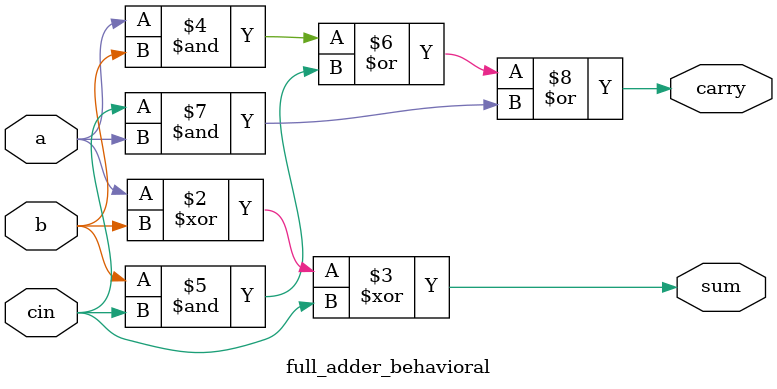
<source format=v>
`timescale 10ns/10ps

module full_adder_behavioral (
    input a,
    input b,
    input cin,
    output reg sum,
    output reg carry
    );
    
   // reg sum,carry;
    
    
     always @(a or b or cin)
      begin 
       sum = a ^ b ^ cin; 
       carry = (a&b) | (b&cin) | (cin&a); 
      end
    
endmodule

</source>
